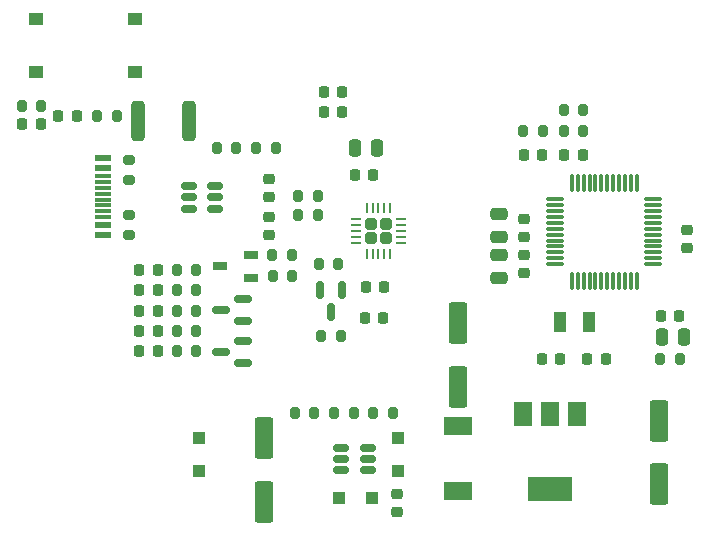
<source format=gtp>
G04 #@! TF.GenerationSoftware,KiCad,Pcbnew,(6.0.1-0)*
G04 #@! TF.CreationDate,2023-01-28T13:25:47+00:00*
G04 #@! TF.ProjectId,Snowduino Null,536e6f77-6475-4696-9e6f-204e756c6c2e,rev?*
G04 #@! TF.SameCoordinates,Original*
G04 #@! TF.FileFunction,Paste,Top*
G04 #@! TF.FilePolarity,Positive*
%FSLAX46Y46*%
G04 Gerber Fmt 4.6, Leading zero omitted, Abs format (unit mm)*
G04 Created by KiCad (PCBNEW (6.0.1-0)) date 2023-01-28 13:25:47*
%MOMM*%
%LPD*%
G01*
G04 APERTURE LIST*
G04 Aperture macros list*
%AMRoundRect*
0 Rectangle with rounded corners*
0 $1 Rounding radius*
0 $2 $3 $4 $5 $6 $7 $8 $9 X,Y pos of 4 corners*
0 Add a 4 corners polygon primitive as box body*
4,1,4,$2,$3,$4,$5,$6,$7,$8,$9,$2,$3,0*
0 Add four circle primitives for the rounded corners*
1,1,$1+$1,$2,$3*
1,1,$1+$1,$4,$5*
1,1,$1+$1,$6,$7*
1,1,$1+$1,$8,$9*
0 Add four rect primitives between the rounded corners*
20,1,$1+$1,$2,$3,$4,$5,0*
20,1,$1+$1,$4,$5,$6,$7,0*
20,1,$1+$1,$6,$7,$8,$9,0*
20,1,$1+$1,$8,$9,$2,$3,0*%
G04 Aperture macros list end*
%ADD10RoundRect,0.225000X0.250000X-0.225000X0.250000X0.225000X-0.250000X0.225000X-0.250000X-0.225000X0*%
%ADD11RoundRect,0.218750X-0.218750X-0.256250X0.218750X-0.256250X0.218750X0.256250X-0.218750X0.256250X0*%
%ADD12RoundRect,0.200000X0.200000X0.275000X-0.200000X0.275000X-0.200000X-0.275000X0.200000X-0.275000X0*%
%ADD13RoundRect,0.225000X-0.225000X-0.250000X0.225000X-0.250000X0.225000X0.250000X-0.225000X0.250000X0*%
%ADD14RoundRect,0.250000X-0.255000X0.255000X-0.255000X-0.255000X0.255000X-0.255000X0.255000X0.255000X0*%
%ADD15RoundRect,0.062500X-0.062500X0.350000X-0.062500X-0.350000X0.062500X-0.350000X0.062500X0.350000X0*%
%ADD16RoundRect,0.062500X-0.350000X0.062500X-0.350000X-0.062500X0.350000X-0.062500X0.350000X0.062500X0*%
%ADD17R,2.400000X1.500000*%
%ADD18R,1.100000X1.100000*%
%ADD19RoundRect,0.250000X0.312500X1.450000X-0.312500X1.450000X-0.312500X-1.450000X0.312500X-1.450000X0*%
%ADD20RoundRect,0.250000X-0.250000X-0.475000X0.250000X-0.475000X0.250000X0.475000X-0.250000X0.475000X0*%
%ADD21RoundRect,0.200000X0.275000X-0.200000X0.275000X0.200000X-0.275000X0.200000X-0.275000X-0.200000X0*%
%ADD22RoundRect,0.250000X0.550000X-1.500000X0.550000X1.500000X-0.550000X1.500000X-0.550000X-1.500000X0*%
%ADD23RoundRect,0.150000X-0.150000X0.587500X-0.150000X-0.587500X0.150000X-0.587500X0.150000X0.587500X0*%
%ADD24RoundRect,0.150000X0.587500X0.150000X-0.587500X0.150000X-0.587500X-0.150000X0.587500X-0.150000X0*%
%ADD25RoundRect,0.075000X0.075000X-0.662500X0.075000X0.662500X-0.075000X0.662500X-0.075000X-0.662500X0*%
%ADD26RoundRect,0.075000X0.662500X-0.075000X0.662500X0.075000X-0.662500X0.075000X-0.662500X-0.075000X0*%
%ADD27RoundRect,0.225000X-0.250000X0.225000X-0.250000X-0.225000X0.250000X-0.225000X0.250000X0.225000X0*%
%ADD28RoundRect,0.150000X0.512500X0.150000X-0.512500X0.150000X-0.512500X-0.150000X0.512500X-0.150000X0*%
%ADD29R,1.000000X1.800000*%
%ADD30RoundRect,0.250000X-0.475000X0.250000X-0.475000X-0.250000X0.475000X-0.250000X0.475000X0.250000X0*%
%ADD31R,1.500000X2.000000*%
%ADD32R,3.800000X2.000000*%
%ADD33RoundRect,0.200000X-0.200000X-0.275000X0.200000X-0.275000X0.200000X0.275000X-0.200000X0.275000X0*%
%ADD34RoundRect,0.225000X0.225000X0.250000X-0.225000X0.250000X-0.225000X-0.250000X0.225000X-0.250000X0*%
%ADD35RoundRect,0.250000X0.475000X-0.250000X0.475000X0.250000X-0.475000X0.250000X-0.475000X-0.250000X0*%
%ADD36R,1.300000X1.000000*%
%ADD37R,1.450000X0.600000*%
%ADD38R,1.450000X0.300000*%
%ADD39R,1.220000X0.650000*%
G04 APERTURE END LIST*
D10*
X103241000Y-89888000D03*
X103241000Y-88338000D03*
D11*
X92278500Y-101238000D03*
X93853500Y-101238000D03*
D12*
X97103500Y-102963000D03*
X95453500Y-102963000D03*
D13*
X107866000Y-81013000D03*
X109416000Y-81013000D03*
D10*
X124861000Y-93273000D03*
X124861000Y-91723000D03*
D12*
X107391000Y-91463000D03*
X105741000Y-91463000D03*
D14*
X111891000Y-92163000D03*
X111891000Y-93413000D03*
X113141000Y-92163000D03*
X113141000Y-93413000D03*
D15*
X113516000Y-90850500D03*
X113016000Y-90850500D03*
X112516000Y-90850500D03*
X112016000Y-90850500D03*
X111516000Y-90850500D03*
D16*
X110578500Y-91788000D03*
X110578500Y-92288000D03*
X110578500Y-92788000D03*
X110578500Y-93288000D03*
X110578500Y-93788000D03*
D15*
X111516000Y-94725500D03*
X112016000Y-94725500D03*
X112516000Y-94725500D03*
X113016000Y-94725500D03*
X113516000Y-94725500D03*
D16*
X114453500Y-93788000D03*
X114453500Y-93288000D03*
X114453500Y-92788000D03*
X114453500Y-92288000D03*
X114453500Y-91788000D03*
D17*
X119216000Y-114788000D03*
X119216000Y-109288000D03*
D18*
X109141000Y-115363000D03*
X111941000Y-115363000D03*
D19*
X96453500Y-83438000D03*
X92178500Y-83438000D03*
D12*
X138046000Y-103593000D03*
X136396000Y-103593000D03*
X110441000Y-108163000D03*
X108791000Y-108163000D03*
D20*
X110516000Y-85738000D03*
X112416000Y-85738000D03*
D13*
X111441000Y-97488000D03*
X112991000Y-97488000D03*
D21*
X91412000Y-88436000D03*
X91412000Y-86786000D03*
D11*
X92278500Y-102963000D03*
X93853500Y-102963000D03*
D22*
X102841000Y-115688000D03*
X102841000Y-110288000D03*
D13*
X110516000Y-88063000D03*
X112066000Y-88063000D03*
D18*
X97291000Y-110338000D03*
X97291000Y-113138000D03*
D23*
X109466000Y-97750500D03*
X107566000Y-97750500D03*
X108516000Y-99625500D03*
D24*
X101053500Y-100403000D03*
X101053500Y-98503000D03*
X99178500Y-99453000D03*
D25*
X128891000Y-97000500D03*
X129391000Y-97000500D03*
X129891000Y-97000500D03*
X130391000Y-97000500D03*
X130891000Y-97000500D03*
X131391000Y-97000500D03*
X131891000Y-97000500D03*
X132391000Y-97000500D03*
X132891000Y-97000500D03*
X133391000Y-97000500D03*
X133891000Y-97000500D03*
X134391000Y-97000500D03*
D26*
X135803500Y-95588000D03*
X135803500Y-95088000D03*
X135803500Y-94588000D03*
X135803500Y-94088000D03*
X135803500Y-93588000D03*
X135803500Y-93088000D03*
X135803500Y-92588000D03*
X135803500Y-92088000D03*
X135803500Y-91588000D03*
X135803500Y-91088000D03*
X135803500Y-90588000D03*
X135803500Y-90088000D03*
D25*
X134391000Y-88675500D03*
X133891000Y-88675500D03*
X133391000Y-88675500D03*
X132891000Y-88675500D03*
X132391000Y-88675500D03*
X131891000Y-88675500D03*
X131391000Y-88675500D03*
X130891000Y-88675500D03*
X130391000Y-88675500D03*
X129891000Y-88675500D03*
X129391000Y-88675500D03*
X128891000Y-88675500D03*
D26*
X127478500Y-90088000D03*
X127478500Y-90588000D03*
X127478500Y-91088000D03*
X127478500Y-91588000D03*
X127478500Y-92088000D03*
X127478500Y-92588000D03*
X127478500Y-93088000D03*
X127478500Y-93588000D03*
X127478500Y-94088000D03*
X127478500Y-94588000D03*
X127478500Y-95088000D03*
X127478500Y-95588000D03*
D22*
X136266000Y-114238000D03*
X136266000Y-108838000D03*
D12*
X105206000Y-96593000D03*
X103556000Y-96593000D03*
D27*
X114091000Y-115013000D03*
X114091000Y-116563000D03*
D28*
X111628500Y-113013000D03*
X111628500Y-112063000D03*
X111628500Y-111113000D03*
X109353500Y-111113000D03*
X109353500Y-112063000D03*
X109353500Y-113013000D03*
D22*
X119266000Y-105963000D03*
X119266000Y-100563000D03*
D29*
X127876000Y-100493000D03*
X130376000Y-100493000D03*
D11*
X92253500Y-97788000D03*
X93828500Y-97788000D03*
D30*
X122716000Y-94833000D03*
X122716000Y-96733000D03*
D31*
X129316000Y-108288000D03*
D32*
X127016000Y-114588000D03*
D31*
X127016000Y-108288000D03*
X124716000Y-108288000D03*
D33*
X107666000Y-101663000D03*
X109316000Y-101663000D03*
D13*
X126366000Y-103638000D03*
X127916000Y-103638000D03*
D12*
X129861000Y-84348000D03*
X128211000Y-84348000D03*
D33*
X124786000Y-84348000D03*
X126436000Y-84348000D03*
D21*
X91416000Y-93113000D03*
X91416000Y-91463000D03*
D10*
X138641000Y-94213000D03*
X138641000Y-92663000D03*
D34*
X131756000Y-103653000D03*
X130206000Y-103653000D03*
D20*
X136496000Y-101793000D03*
X138396000Y-101793000D03*
D12*
X97103500Y-96063000D03*
X95453500Y-96063000D03*
D35*
X122711000Y-93248000D03*
X122711000Y-91348000D03*
D33*
X103531000Y-94793000D03*
X105181000Y-94793000D03*
D34*
X126386000Y-86373000D03*
X124836000Y-86373000D03*
D13*
X107866000Y-82738000D03*
X109416000Y-82738000D03*
X82356000Y-83723000D03*
X83906000Y-83723000D03*
X128261000Y-86323000D03*
X129811000Y-86323000D03*
D36*
X83491000Y-74788000D03*
X91891000Y-74788000D03*
X83491000Y-79288000D03*
X91891000Y-79288000D03*
D12*
X107391000Y-89813000D03*
X105741000Y-89813000D03*
X129861000Y-82523000D03*
X128211000Y-82523000D03*
D28*
X98716000Y-90888000D03*
X98716000Y-89938000D03*
X98716000Y-88988000D03*
X96441000Y-88988000D03*
X96441000Y-89938000D03*
X96441000Y-90888000D03*
D27*
X124866000Y-94808000D03*
X124866000Y-96358000D03*
D37*
X89176000Y-86613000D03*
X89176000Y-87413000D03*
D38*
X89176000Y-88613000D03*
X89176000Y-89613000D03*
X89176000Y-90113000D03*
X89176000Y-91113000D03*
D37*
X89176000Y-92313000D03*
X89176000Y-93113000D03*
X89176000Y-93113000D03*
X89176000Y-92313000D03*
D38*
X89176000Y-91613000D03*
X89176000Y-90613000D03*
X89176000Y-89113000D03*
X89176000Y-88113000D03*
D37*
X89176000Y-87413000D03*
X89176000Y-86613000D03*
D13*
X136446000Y-99993000D03*
X137996000Y-99993000D03*
D24*
X101053500Y-103953000D03*
X101053500Y-102053000D03*
X99178500Y-103003000D03*
D12*
X97103500Y-99513000D03*
X95453500Y-99513000D03*
D27*
X103241000Y-91588000D03*
X103241000Y-93138000D03*
D39*
X101686000Y-96723000D03*
X101686000Y-94823000D03*
X99066000Y-95773000D03*
D11*
X92253500Y-96063000D03*
X93828500Y-96063000D03*
D12*
X97103500Y-101238000D03*
X95453500Y-101238000D03*
X100491000Y-85763000D03*
X98841000Y-85763000D03*
D33*
X102166000Y-85738000D03*
X103816000Y-85738000D03*
D34*
X86966000Y-83038000D03*
X85416000Y-83038000D03*
D13*
X111341000Y-100113000D03*
X112891000Y-100113000D03*
D18*
X114141000Y-113113000D03*
X114141000Y-110313000D03*
D33*
X105441000Y-108163000D03*
X107091000Y-108163000D03*
D12*
X83956000Y-82173000D03*
X82306000Y-82173000D03*
X113741000Y-108188000D03*
X112091000Y-108188000D03*
X109116000Y-95613000D03*
X107466000Y-95613000D03*
X97103500Y-97788000D03*
X95453500Y-97788000D03*
D11*
X92266000Y-99513000D03*
X93841000Y-99513000D03*
D12*
X90341000Y-83038000D03*
X88691000Y-83038000D03*
M02*

</source>
